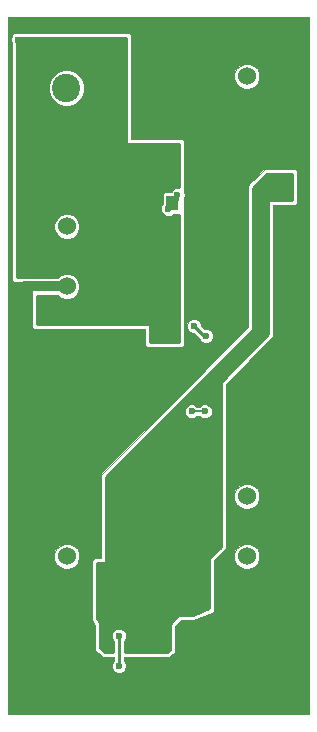
<source format=gbl>
G04 #@! TF.GenerationSoftware,KiCad,Pcbnew,(2017-06-25 revision 6a3c1720b)-makepkg*
G04 #@! TF.CreationDate,2017-08-03T12:33:03-04:00*
G04 #@! TF.ProjectId,pmt-transimpedance-amplifier_small_con,706D742D7472616E73696D706564616E,rev?*
G04 #@! TF.SameCoordinates,Original
G04 #@! TF.FileFunction,Copper,L2,Bot,Signal*
G04 #@! TF.FilePolarity,Positive*
%FSLAX46Y46*%
G04 Gerber Fmt 4.6, Leading zero omitted, Abs format (unit mm)*
G04 Created by KiCad (PCBNEW (2017-06-25 revision 6a3c1720b)-makepkg) date 08/03/17 12:33:03*
%MOMM*%
%LPD*%
G01*
G04 APERTURE LIST*
%ADD10C,0.100000*%
%ADD11R,1.000000X1.250000*%
%ADD12C,1.524000*%
%ADD13C,2.400000*%
%ADD14C,2.500000*%
%ADD15C,0.600000*%
%ADD16C,0.820000*%
%ADD17C,0.250000*%
%ADD18C,0.200000*%
%ADD19C,0.254000*%
G04 APERTURE END LIST*
D10*
D11*
X219545000Y-113715000D03*
X217545000Y-113715000D03*
X219595000Y-115765000D03*
X217595000Y-115765000D03*
D12*
X206350000Y-112540000D03*
X221590000Y-112540000D03*
X221590000Y-107460000D03*
X206350000Y-107460000D03*
X206350000Y-89660000D03*
X206350000Y-84580000D03*
X221590000Y-71880000D03*
D13*
X206300000Y-72875000D03*
D14*
X203760000Y-70335000D03*
X208840000Y-70335000D03*
X208840000Y-75415000D03*
X203760000Y-75415000D03*
D11*
X215275000Y-82600000D03*
X217275000Y-82600000D03*
D15*
X218775000Y-118475000D03*
X217925000Y-82850000D03*
X207459998Y-104900000D03*
X204890000Y-104880000D03*
X225040000Y-87910000D03*
X224740000Y-99800000D03*
X207400000Y-97110002D03*
X206100000Y-97089998D03*
X212130000Y-96760000D03*
X211800000Y-97300000D03*
X210870000Y-97290000D03*
X217040000Y-96830000D03*
X217925000Y-82225000D03*
X221225000Y-88700000D03*
X221197905Y-86475000D03*
X217950000Y-80900000D03*
X209075000Y-105025000D03*
X206625000Y-96575000D03*
X211050000Y-95825000D03*
X208775000Y-95825000D03*
X216550000Y-91525000D03*
X203375000Y-116475000D03*
X203350000Y-114725000D03*
X218090000Y-93890000D03*
X215706591Y-81943403D03*
X217075000Y-93025000D03*
X222900000Y-102800000D03*
X210749998Y-121775000D03*
X210750000Y-119250000D03*
X215600000Y-92900000D03*
X215525000Y-88025000D03*
X215525000Y-86525000D03*
X210850000Y-70925000D03*
X206250000Y-70850000D03*
X203875000Y-72800000D03*
X209075000Y-72800000D03*
X208250000Y-87500000D03*
X214925000Y-83100000D03*
X218025012Y-100250000D03*
X216899998Y-100250000D03*
X210825000Y-117050000D03*
X214225000Y-105275000D03*
X218000000Y-111000000D03*
X218600000Y-99075000D03*
X212975000Y-112650000D03*
X218000000Y-109000000D03*
X214200000Y-112650000D03*
X212975000Y-110650000D03*
X210975000Y-112650000D03*
X218600000Y-106950000D03*
X214200000Y-110650000D03*
X212975000Y-108650000D03*
X210975000Y-110650000D03*
X218600000Y-104950000D03*
X214200000Y-108650000D03*
X212975000Y-106650000D03*
X210975000Y-108650000D03*
X218600000Y-102950000D03*
X214200000Y-106650000D03*
X212975000Y-104650000D03*
X210975000Y-106650000D03*
X214325000Y-102900000D03*
X216150000Y-106975000D03*
X215475000Y-78500000D03*
X215475000Y-80150000D03*
X206250000Y-91100000D03*
X214325000Y-92200000D03*
X210250000Y-92200000D03*
X208250000Y-92200000D03*
X206250000Y-92200000D03*
X204250000Y-92200000D03*
X212450000Y-92200000D03*
X210250000Y-90800000D03*
X208250000Y-90800000D03*
X204250000Y-90800000D03*
X214250000Y-88050000D03*
X212250000Y-88050000D03*
X210250000Y-88050000D03*
X208250000Y-88875000D03*
X206250000Y-87625000D03*
X204075000Y-88125000D03*
X202350000Y-88050000D03*
X214250000Y-86550000D03*
X212250000Y-86550000D03*
X210250000Y-86550000D03*
X208250000Y-86550000D03*
X206250000Y-86550000D03*
X204250000Y-86550000D03*
X202350000Y-86550000D03*
X204250000Y-84800000D03*
X202350000Y-84800000D03*
X210250000Y-82800000D03*
X208250000Y-82800000D03*
X204250000Y-82800000D03*
X202350000Y-82800000D03*
X210250000Y-80800000D03*
X208250000Y-80800000D03*
X204250000Y-80800000D03*
X202350000Y-80800000D03*
X214250000Y-78050000D03*
X212250000Y-78050000D03*
X210250000Y-78800000D03*
X208250000Y-78800000D03*
X204250000Y-78800000D03*
X202350000Y-78800000D03*
X210550000Y-76975000D03*
X208250000Y-77300000D03*
X204250000Y-77300000D03*
X202350000Y-76800000D03*
X210850000Y-74800000D03*
X210850000Y-72800000D03*
X202375000Y-72750000D03*
X210250000Y-68800000D03*
X206250000Y-68800000D03*
X202250000Y-68800000D03*
D16*
X206350000Y-89660000D02*
X202760000Y-89660000D01*
D17*
X217075000Y-93025000D02*
X217940000Y-93890000D01*
X217940000Y-93890000D02*
X218090000Y-93890000D01*
X214925000Y-82724994D02*
X215406592Y-82243402D01*
X214925000Y-83100000D02*
X215706591Y-82318409D01*
X214925000Y-82925000D02*
X214925000Y-82724994D01*
X215406592Y-82243402D02*
X215706591Y-81943403D01*
X215706591Y-82318409D02*
X215706591Y-81943403D01*
X210750000Y-121774998D02*
X210749998Y-121775000D01*
X210750000Y-119250000D02*
X210750000Y-121774998D01*
D18*
X218025012Y-100250000D02*
X216899998Y-100250000D01*
D19*
G36*
X211373000Y-77500000D02*
X211382667Y-77548601D01*
X211410197Y-77589803D01*
X211451399Y-77617333D01*
X211500000Y-77627000D01*
X215873000Y-77627000D01*
X215873000Y-81279458D01*
X215841845Y-81266521D01*
X215572518Y-81266286D01*
X215323602Y-81369136D01*
X215132993Y-81559413D01*
X215120037Y-81590615D01*
X214775000Y-81590615D01*
X214627902Y-81619875D01*
X214503199Y-81703199D01*
X214419875Y-81827902D01*
X214390615Y-81975000D01*
X214390615Y-82676865D01*
X214351402Y-82716010D01*
X214248118Y-82964746D01*
X214247883Y-83234073D01*
X214350733Y-83482989D01*
X214541010Y-83673598D01*
X214789746Y-83776882D01*
X215059073Y-83777117D01*
X215307989Y-83674267D01*
X215372984Y-83609385D01*
X215775000Y-83609385D01*
X215873000Y-83589891D01*
X215873000Y-91524983D01*
X215872883Y-91659073D01*
X215873000Y-91659356D01*
X215873000Y-94373000D01*
X213377000Y-94373000D01*
X213377000Y-93000000D01*
X213367333Y-92951399D01*
X213339803Y-92910197D01*
X213298601Y-92882667D01*
X213250000Y-92873000D01*
X203802000Y-92873000D01*
X203802000Y-90447000D01*
X205526242Y-90447000D01*
X205703966Y-90625034D01*
X206122445Y-90798802D01*
X206575567Y-90799197D01*
X206994349Y-90626160D01*
X207315034Y-90306034D01*
X207488802Y-89887555D01*
X207489197Y-89434433D01*
X207316160Y-89015651D01*
X206996034Y-88694966D01*
X206577555Y-88521198D01*
X206124433Y-88520803D01*
X205705651Y-88693840D01*
X205526178Y-88873000D01*
X202127000Y-88873000D01*
X202127000Y-84805567D01*
X205210803Y-84805567D01*
X205383840Y-85224349D01*
X205703966Y-85545034D01*
X206122445Y-85718802D01*
X206575567Y-85719197D01*
X206994349Y-85546160D01*
X207315034Y-85226034D01*
X207488802Y-84807555D01*
X207489197Y-84354433D01*
X207316160Y-83935651D01*
X206996034Y-83614966D01*
X206577555Y-83441198D01*
X206124433Y-83440803D01*
X205705651Y-83613840D01*
X205384966Y-83933966D01*
X205211198Y-84352445D01*
X205210803Y-84805567D01*
X202127000Y-84805567D01*
X202127000Y-73187308D01*
X204722727Y-73187308D01*
X204962305Y-73767132D01*
X205405535Y-74211136D01*
X205984939Y-74451725D01*
X206612308Y-74452273D01*
X207192132Y-74212695D01*
X207636136Y-73769465D01*
X207876725Y-73190061D01*
X207877273Y-72562692D01*
X207637695Y-71982868D01*
X207194465Y-71538864D01*
X206615061Y-71298275D01*
X205987692Y-71297727D01*
X205407868Y-71537305D01*
X204963864Y-71980535D01*
X204723275Y-72559939D01*
X204722727Y-73187308D01*
X202127000Y-73187308D01*
X202127000Y-68651667D01*
X211373000Y-68627335D01*
X211373000Y-77500000D01*
X211373000Y-77500000D01*
G37*
X211373000Y-77500000D02*
X211382667Y-77548601D01*
X211410197Y-77589803D01*
X211451399Y-77617333D01*
X211500000Y-77627000D01*
X215873000Y-77627000D01*
X215873000Y-81279458D01*
X215841845Y-81266521D01*
X215572518Y-81266286D01*
X215323602Y-81369136D01*
X215132993Y-81559413D01*
X215120037Y-81590615D01*
X214775000Y-81590615D01*
X214627902Y-81619875D01*
X214503199Y-81703199D01*
X214419875Y-81827902D01*
X214390615Y-81975000D01*
X214390615Y-82676865D01*
X214351402Y-82716010D01*
X214248118Y-82964746D01*
X214247883Y-83234073D01*
X214350733Y-83482989D01*
X214541010Y-83673598D01*
X214789746Y-83776882D01*
X215059073Y-83777117D01*
X215307989Y-83674267D01*
X215372984Y-83609385D01*
X215775000Y-83609385D01*
X215873000Y-83589891D01*
X215873000Y-91524983D01*
X215872883Y-91659073D01*
X215873000Y-91659356D01*
X215873000Y-94373000D01*
X213377000Y-94373000D01*
X213377000Y-93000000D01*
X213367333Y-92951399D01*
X213339803Y-92910197D01*
X213298601Y-92882667D01*
X213250000Y-92873000D01*
X203802000Y-92873000D01*
X203802000Y-90447000D01*
X205526242Y-90447000D01*
X205703966Y-90625034D01*
X206122445Y-90798802D01*
X206575567Y-90799197D01*
X206994349Y-90626160D01*
X207315034Y-90306034D01*
X207488802Y-89887555D01*
X207489197Y-89434433D01*
X207316160Y-89015651D01*
X206996034Y-88694966D01*
X206577555Y-88521198D01*
X206124433Y-88520803D01*
X205705651Y-88693840D01*
X205526178Y-88873000D01*
X202127000Y-88873000D01*
X202127000Y-84805567D01*
X205210803Y-84805567D01*
X205383840Y-85224349D01*
X205703966Y-85545034D01*
X206122445Y-85718802D01*
X206575567Y-85719197D01*
X206994349Y-85546160D01*
X207315034Y-85226034D01*
X207488802Y-84807555D01*
X207489197Y-84354433D01*
X207316160Y-83935651D01*
X206996034Y-83614966D01*
X206577555Y-83441198D01*
X206124433Y-83440803D01*
X205705651Y-83613840D01*
X205384966Y-83933966D01*
X205211198Y-84352445D01*
X205210803Y-84805567D01*
X202127000Y-84805567D01*
X202127000Y-73187308D01*
X204722727Y-73187308D01*
X204962305Y-73767132D01*
X205405535Y-74211136D01*
X205984939Y-74451725D01*
X206612308Y-74452273D01*
X207192132Y-74212695D01*
X207636136Y-73769465D01*
X207876725Y-73190061D01*
X207877273Y-72562692D01*
X207637695Y-71982868D01*
X207194465Y-71538864D01*
X206615061Y-71298275D01*
X205987692Y-71297727D01*
X205407868Y-71537305D01*
X204963864Y-71980535D01*
X204723275Y-72559939D01*
X204722727Y-73187308D01*
X202127000Y-73187308D01*
X202127000Y-68651667D01*
X211373000Y-68627335D01*
X211373000Y-77500000D01*
D10*
G36*
X226875000Y-125875000D02*
X201375000Y-125875000D01*
X201375000Y-112750318D01*
X205287816Y-112750318D01*
X205449155Y-113140789D01*
X205747640Y-113439795D01*
X206137828Y-113601815D01*
X206560318Y-113602184D01*
X206950789Y-113440845D01*
X207249795Y-113142360D01*
X207308907Y-113000000D01*
X208450000Y-113000000D01*
X208450000Y-117775000D01*
X208484525Y-117914724D01*
X208700000Y-118324127D01*
X208700000Y-120350000D01*
X208737209Y-120494710D01*
X208812591Y-120584261D01*
X209312591Y-120984261D01*
X209385195Y-121027164D01*
X209500000Y-121050000D01*
X210325000Y-121050000D01*
X210325000Y-121351468D01*
X210241639Y-121434683D01*
X210150102Y-121655129D01*
X210149894Y-121893824D01*
X210241046Y-122114429D01*
X210409681Y-122283359D01*
X210630127Y-122374896D01*
X210868822Y-122375104D01*
X211089427Y-122283952D01*
X211258357Y-122115317D01*
X211349894Y-121894871D01*
X211350102Y-121656176D01*
X211258950Y-121435571D01*
X211175000Y-121351474D01*
X211175000Y-121050000D01*
X214875000Y-121050000D01*
X215023842Y-121010473D01*
X215373842Y-120810473D01*
X215437132Y-120762132D01*
X215502164Y-120664805D01*
X215525000Y-120550000D01*
X215525000Y-118395833D01*
X215977724Y-117925000D01*
X217025000Y-117925000D01*
X217138039Y-117902889D01*
X218613039Y-117302889D01*
X218712132Y-117237132D01*
X218777164Y-117139805D01*
X218800000Y-117025000D01*
X218800000Y-112874264D01*
X218923946Y-112750318D01*
X220527816Y-112750318D01*
X220689155Y-113140789D01*
X220987640Y-113439795D01*
X221377828Y-113601815D01*
X221800318Y-113602184D01*
X222190789Y-113440845D01*
X222489795Y-113142360D01*
X222651815Y-112752172D01*
X222652184Y-112329682D01*
X222490845Y-111939211D01*
X222192360Y-111640205D01*
X221802172Y-111478185D01*
X221379682Y-111477816D01*
X220989211Y-111639155D01*
X220690205Y-111937640D01*
X220528185Y-112327828D01*
X220527816Y-112750318D01*
X218923946Y-112750318D01*
X219712132Y-111962132D01*
X219777164Y-111864805D01*
X219800000Y-111750000D01*
X219800000Y-107670318D01*
X220527816Y-107670318D01*
X220689155Y-108060789D01*
X220987640Y-108359795D01*
X221377828Y-108521815D01*
X221800318Y-108522184D01*
X222190789Y-108360845D01*
X222489795Y-108062360D01*
X222651815Y-107672172D01*
X222652184Y-107249682D01*
X222490845Y-106859211D01*
X222192360Y-106560205D01*
X221802172Y-106398185D01*
X221379682Y-106397816D01*
X220989211Y-106559155D01*
X220690205Y-106857640D01*
X220528185Y-107247828D01*
X220527816Y-107670318D01*
X219800000Y-107670318D01*
X219800000Y-97996569D01*
X223715370Y-93958844D01*
X223777419Y-93864187D01*
X223799999Y-93749332D01*
X223775669Y-82825000D01*
X225525000Y-82825000D01*
X225639805Y-82802164D01*
X225737132Y-82737132D01*
X225802164Y-82639805D01*
X225825000Y-82525000D01*
X225825000Y-80000000D01*
X225802164Y-79885195D01*
X225737132Y-79787868D01*
X225639805Y-79722836D01*
X225525000Y-79700000D01*
X223250000Y-79700000D01*
X223135195Y-79722836D01*
X223037868Y-79787868D01*
X221787868Y-81037868D01*
X221722836Y-81135195D01*
X221700000Y-81250000D01*
X221700000Y-93125736D01*
X209287868Y-105537868D01*
X209222836Y-105635195D01*
X209200000Y-105750000D01*
X209200000Y-112700000D01*
X208750000Y-112700000D01*
X208635195Y-112722836D01*
X208537868Y-112787868D01*
X208472836Y-112885195D01*
X208450000Y-113000000D01*
X207308907Y-113000000D01*
X207411815Y-112752172D01*
X207412184Y-112329682D01*
X207250845Y-111939211D01*
X206952360Y-111640205D01*
X206562172Y-111478185D01*
X206139682Y-111477816D01*
X205749211Y-111639155D01*
X205450205Y-111937640D01*
X205288185Y-112327828D01*
X205287816Y-112750318D01*
X201375000Y-112750318D01*
X201375000Y-68918824D01*
X201649896Y-68918824D01*
X201700000Y-69040085D01*
X201700000Y-89000000D01*
X201722836Y-89114805D01*
X201787868Y-89212132D01*
X201885195Y-89277164D01*
X202000000Y-89300000D01*
X203375000Y-89300000D01*
X203375000Y-93000000D01*
X203397836Y-93114805D01*
X203462868Y-93212132D01*
X203560195Y-93277164D01*
X203675000Y-93300000D01*
X212950000Y-93300000D01*
X212950000Y-94500000D01*
X212972836Y-94614805D01*
X213037868Y-94712132D01*
X213135195Y-94777164D01*
X213250000Y-94800000D01*
X216000000Y-94800000D01*
X216114805Y-94777164D01*
X216212132Y-94712132D01*
X216277164Y-94614805D01*
X216300000Y-94500000D01*
X216300000Y-93143824D01*
X216474896Y-93143824D01*
X216566048Y-93364429D01*
X216734683Y-93533359D01*
X216955129Y-93624896D01*
X217073959Y-93625000D01*
X217512508Y-94063549D01*
X217581048Y-94229429D01*
X217749683Y-94398359D01*
X217970129Y-94489896D01*
X218208824Y-94490104D01*
X218429429Y-94398952D01*
X218598359Y-94230317D01*
X218689896Y-94009871D01*
X218690104Y-93771176D01*
X218598952Y-93550571D01*
X218430317Y-93381641D01*
X218209871Y-93290104D01*
X217971176Y-93289896D01*
X217949778Y-93298737D01*
X217675001Y-93023961D01*
X217675104Y-92906176D01*
X217583952Y-92685571D01*
X217415317Y-92516641D01*
X217194871Y-92425104D01*
X216956176Y-92424896D01*
X216735571Y-92516048D01*
X216566641Y-92684683D01*
X216475104Y-92905129D01*
X216474896Y-93143824D01*
X216300000Y-93143824D01*
X216300000Y-82078896D01*
X216306487Y-82063274D01*
X216306695Y-81824579D01*
X216300000Y-81808376D01*
X216300000Y-77500000D01*
X216277164Y-77385195D01*
X216212132Y-77287868D01*
X216114805Y-77222836D01*
X216000000Y-77200000D01*
X211800000Y-77200000D01*
X211800000Y-72090318D01*
X220527816Y-72090318D01*
X220689155Y-72480789D01*
X220987640Y-72779795D01*
X221377828Y-72941815D01*
X221800318Y-72942184D01*
X222190789Y-72780845D01*
X222489795Y-72482360D01*
X222651815Y-72092172D01*
X222652184Y-71669682D01*
X222490845Y-71279211D01*
X222192360Y-70980205D01*
X221802172Y-70818185D01*
X221379682Y-70817816D01*
X220989211Y-70979155D01*
X220690205Y-71277640D01*
X220528185Y-71667828D01*
X220527816Y-72090318D01*
X211800000Y-72090318D01*
X211800000Y-68500000D01*
X211776861Y-68384466D01*
X211711573Y-68287310D01*
X211614075Y-68222535D01*
X211499211Y-68200001D01*
X210376737Y-68202955D01*
X210369871Y-68200104D01*
X210131176Y-68199896D01*
X210122152Y-68203625D01*
X206401927Y-68213415D01*
X206369871Y-68200104D01*
X206131176Y-68199896D01*
X206096513Y-68214219D01*
X202427118Y-68223875D01*
X202369871Y-68200104D01*
X202131176Y-68199896D01*
X202070874Y-68224812D01*
X201999211Y-68225001D01*
X201885195Y-68247836D01*
X201787868Y-68312868D01*
X201722836Y-68410195D01*
X201700000Y-68525000D01*
X201700000Y-68559966D01*
X201650104Y-68680129D01*
X201649896Y-68918824D01*
X201375000Y-68918824D01*
X201375000Y-66900000D01*
X226875000Y-66900000D01*
X226875000Y-125875000D01*
X226875000Y-125875000D01*
G37*
X226875000Y-125875000D02*
X201375000Y-125875000D01*
X201375000Y-112750318D01*
X205287816Y-112750318D01*
X205449155Y-113140789D01*
X205747640Y-113439795D01*
X206137828Y-113601815D01*
X206560318Y-113602184D01*
X206950789Y-113440845D01*
X207249795Y-113142360D01*
X207308907Y-113000000D01*
X208450000Y-113000000D01*
X208450000Y-117775000D01*
X208484525Y-117914724D01*
X208700000Y-118324127D01*
X208700000Y-120350000D01*
X208737209Y-120494710D01*
X208812591Y-120584261D01*
X209312591Y-120984261D01*
X209385195Y-121027164D01*
X209500000Y-121050000D01*
X210325000Y-121050000D01*
X210325000Y-121351468D01*
X210241639Y-121434683D01*
X210150102Y-121655129D01*
X210149894Y-121893824D01*
X210241046Y-122114429D01*
X210409681Y-122283359D01*
X210630127Y-122374896D01*
X210868822Y-122375104D01*
X211089427Y-122283952D01*
X211258357Y-122115317D01*
X211349894Y-121894871D01*
X211350102Y-121656176D01*
X211258950Y-121435571D01*
X211175000Y-121351474D01*
X211175000Y-121050000D01*
X214875000Y-121050000D01*
X215023842Y-121010473D01*
X215373842Y-120810473D01*
X215437132Y-120762132D01*
X215502164Y-120664805D01*
X215525000Y-120550000D01*
X215525000Y-118395833D01*
X215977724Y-117925000D01*
X217025000Y-117925000D01*
X217138039Y-117902889D01*
X218613039Y-117302889D01*
X218712132Y-117237132D01*
X218777164Y-117139805D01*
X218800000Y-117025000D01*
X218800000Y-112874264D01*
X218923946Y-112750318D01*
X220527816Y-112750318D01*
X220689155Y-113140789D01*
X220987640Y-113439795D01*
X221377828Y-113601815D01*
X221800318Y-113602184D01*
X222190789Y-113440845D01*
X222489795Y-113142360D01*
X222651815Y-112752172D01*
X222652184Y-112329682D01*
X222490845Y-111939211D01*
X222192360Y-111640205D01*
X221802172Y-111478185D01*
X221379682Y-111477816D01*
X220989211Y-111639155D01*
X220690205Y-111937640D01*
X220528185Y-112327828D01*
X220527816Y-112750318D01*
X218923946Y-112750318D01*
X219712132Y-111962132D01*
X219777164Y-111864805D01*
X219800000Y-111750000D01*
X219800000Y-107670318D01*
X220527816Y-107670318D01*
X220689155Y-108060789D01*
X220987640Y-108359795D01*
X221377828Y-108521815D01*
X221800318Y-108522184D01*
X222190789Y-108360845D01*
X222489795Y-108062360D01*
X222651815Y-107672172D01*
X222652184Y-107249682D01*
X222490845Y-106859211D01*
X222192360Y-106560205D01*
X221802172Y-106398185D01*
X221379682Y-106397816D01*
X220989211Y-106559155D01*
X220690205Y-106857640D01*
X220528185Y-107247828D01*
X220527816Y-107670318D01*
X219800000Y-107670318D01*
X219800000Y-97996569D01*
X223715370Y-93958844D01*
X223777419Y-93864187D01*
X223799999Y-93749332D01*
X223775669Y-82825000D01*
X225525000Y-82825000D01*
X225639805Y-82802164D01*
X225737132Y-82737132D01*
X225802164Y-82639805D01*
X225825000Y-82525000D01*
X225825000Y-80000000D01*
X225802164Y-79885195D01*
X225737132Y-79787868D01*
X225639805Y-79722836D01*
X225525000Y-79700000D01*
X223250000Y-79700000D01*
X223135195Y-79722836D01*
X223037868Y-79787868D01*
X221787868Y-81037868D01*
X221722836Y-81135195D01*
X221700000Y-81250000D01*
X221700000Y-93125736D01*
X209287868Y-105537868D01*
X209222836Y-105635195D01*
X209200000Y-105750000D01*
X209200000Y-112700000D01*
X208750000Y-112700000D01*
X208635195Y-112722836D01*
X208537868Y-112787868D01*
X208472836Y-112885195D01*
X208450000Y-113000000D01*
X207308907Y-113000000D01*
X207411815Y-112752172D01*
X207412184Y-112329682D01*
X207250845Y-111939211D01*
X206952360Y-111640205D01*
X206562172Y-111478185D01*
X206139682Y-111477816D01*
X205749211Y-111639155D01*
X205450205Y-111937640D01*
X205288185Y-112327828D01*
X205287816Y-112750318D01*
X201375000Y-112750318D01*
X201375000Y-68918824D01*
X201649896Y-68918824D01*
X201700000Y-69040085D01*
X201700000Y-89000000D01*
X201722836Y-89114805D01*
X201787868Y-89212132D01*
X201885195Y-89277164D01*
X202000000Y-89300000D01*
X203375000Y-89300000D01*
X203375000Y-93000000D01*
X203397836Y-93114805D01*
X203462868Y-93212132D01*
X203560195Y-93277164D01*
X203675000Y-93300000D01*
X212950000Y-93300000D01*
X212950000Y-94500000D01*
X212972836Y-94614805D01*
X213037868Y-94712132D01*
X213135195Y-94777164D01*
X213250000Y-94800000D01*
X216000000Y-94800000D01*
X216114805Y-94777164D01*
X216212132Y-94712132D01*
X216277164Y-94614805D01*
X216300000Y-94500000D01*
X216300000Y-93143824D01*
X216474896Y-93143824D01*
X216566048Y-93364429D01*
X216734683Y-93533359D01*
X216955129Y-93624896D01*
X217073959Y-93625000D01*
X217512508Y-94063549D01*
X217581048Y-94229429D01*
X217749683Y-94398359D01*
X217970129Y-94489896D01*
X218208824Y-94490104D01*
X218429429Y-94398952D01*
X218598359Y-94230317D01*
X218689896Y-94009871D01*
X218690104Y-93771176D01*
X218598952Y-93550571D01*
X218430317Y-93381641D01*
X218209871Y-93290104D01*
X217971176Y-93289896D01*
X217949778Y-93298737D01*
X217675001Y-93023961D01*
X217675104Y-92906176D01*
X217583952Y-92685571D01*
X217415317Y-92516641D01*
X217194871Y-92425104D01*
X216956176Y-92424896D01*
X216735571Y-92516048D01*
X216566641Y-92684683D01*
X216475104Y-92905129D01*
X216474896Y-93143824D01*
X216300000Y-93143824D01*
X216300000Y-82078896D01*
X216306487Y-82063274D01*
X216306695Y-81824579D01*
X216300000Y-81808376D01*
X216300000Y-77500000D01*
X216277164Y-77385195D01*
X216212132Y-77287868D01*
X216114805Y-77222836D01*
X216000000Y-77200000D01*
X211800000Y-77200000D01*
X211800000Y-72090318D01*
X220527816Y-72090318D01*
X220689155Y-72480789D01*
X220987640Y-72779795D01*
X221377828Y-72941815D01*
X221800318Y-72942184D01*
X222190789Y-72780845D01*
X222489795Y-72482360D01*
X222651815Y-72092172D01*
X222652184Y-71669682D01*
X222490845Y-71279211D01*
X222192360Y-70980205D01*
X221802172Y-70818185D01*
X221379682Y-70817816D01*
X220989211Y-70979155D01*
X220690205Y-71277640D01*
X220528185Y-71667828D01*
X220527816Y-72090318D01*
X211800000Y-72090318D01*
X211800000Y-68500000D01*
X211776861Y-68384466D01*
X211711573Y-68287310D01*
X211614075Y-68222535D01*
X211499211Y-68200001D01*
X210376737Y-68202955D01*
X210369871Y-68200104D01*
X210131176Y-68199896D01*
X210122152Y-68203625D01*
X206401927Y-68213415D01*
X206369871Y-68200104D01*
X206131176Y-68199896D01*
X206096513Y-68214219D01*
X202427118Y-68223875D01*
X202369871Y-68200104D01*
X202131176Y-68199896D01*
X202070874Y-68224812D01*
X201999211Y-68225001D01*
X201885195Y-68247836D01*
X201787868Y-68312868D01*
X201722836Y-68410195D01*
X201700000Y-68525000D01*
X201700000Y-68559966D01*
X201650104Y-68680129D01*
X201649896Y-68918824D01*
X201375000Y-68918824D01*
X201375000Y-66900000D01*
X226875000Y-66900000D01*
X226875000Y-125875000D01*
D17*
G36*
X225400000Y-82400000D02*
X223475000Y-82400000D01*
X223427165Y-82409515D01*
X223386612Y-82436612D01*
X223359515Y-82477165D01*
X223350000Y-82525278D01*
X223374887Y-93699463D01*
X219410262Y-97787982D01*
X219383793Y-97828947D01*
X219375000Y-97875000D01*
X219375000Y-111698224D01*
X218411612Y-112661612D01*
X218384515Y-112702165D01*
X218375000Y-112750000D01*
X218375000Y-116940901D01*
X217000549Y-117500000D01*
X215850000Y-117500000D01*
X215802165Y-117509515D01*
X215759896Y-117538361D01*
X215134896Y-118188361D01*
X215108599Y-118229438D01*
X215100000Y-118275000D01*
X215100000Y-120477460D01*
X214841806Y-120625000D01*
X211250000Y-120625000D01*
X211250000Y-119704634D01*
X211321903Y-119632856D01*
X211424883Y-119384855D01*
X211425117Y-119116323D01*
X211322571Y-118868143D01*
X211132856Y-118678097D01*
X210884855Y-118575117D01*
X210616323Y-118574883D01*
X210368143Y-118677429D01*
X210178097Y-118867144D01*
X210075117Y-119115145D01*
X210074883Y-119383677D01*
X210177429Y-119631857D01*
X210250000Y-119704555D01*
X210250000Y-120625000D01*
X209543848Y-120625000D01*
X209125000Y-120289921D01*
X209125000Y-118250000D01*
X209110615Y-118191782D01*
X208875000Y-117744114D01*
X208875000Y-113125000D01*
X209500000Y-113125000D01*
X209547835Y-113115485D01*
X209588388Y-113088388D01*
X209615485Y-113047835D01*
X209625000Y-113000000D01*
X209625000Y-105801776D01*
X215043099Y-100383677D01*
X216224881Y-100383677D01*
X216327427Y-100631857D01*
X216517142Y-100821903D01*
X216765143Y-100924883D01*
X217033675Y-100925117D01*
X217281855Y-100822571D01*
X217379596Y-100725000D01*
X217545422Y-100725000D01*
X217642156Y-100821903D01*
X217890157Y-100924883D01*
X218158689Y-100925117D01*
X218406869Y-100822571D01*
X218596915Y-100632856D01*
X218699895Y-100384855D01*
X218700129Y-100116323D01*
X218597583Y-99868143D01*
X218407868Y-99678097D01*
X218159867Y-99575117D01*
X217891335Y-99574883D01*
X217643155Y-99677429D01*
X217545414Y-99775000D01*
X217379588Y-99775000D01*
X217282854Y-99678097D01*
X217034853Y-99575117D01*
X216766321Y-99574883D01*
X216518141Y-99677429D01*
X216328095Y-99867144D01*
X216225115Y-100115145D01*
X216224881Y-100383677D01*
X215043099Y-100383677D01*
X222088388Y-93338388D01*
X222115485Y-93297835D01*
X222125000Y-93250000D01*
X222125000Y-81301776D01*
X223301776Y-80125000D01*
X225400000Y-80125000D01*
X225400000Y-82400000D01*
X225400000Y-82400000D01*
G37*
X225400000Y-82400000D02*
X223475000Y-82400000D01*
X223427165Y-82409515D01*
X223386612Y-82436612D01*
X223359515Y-82477165D01*
X223350000Y-82525278D01*
X223374887Y-93699463D01*
X219410262Y-97787982D01*
X219383793Y-97828947D01*
X219375000Y-97875000D01*
X219375000Y-111698224D01*
X218411612Y-112661612D01*
X218384515Y-112702165D01*
X218375000Y-112750000D01*
X218375000Y-116940901D01*
X217000549Y-117500000D01*
X215850000Y-117500000D01*
X215802165Y-117509515D01*
X215759896Y-117538361D01*
X215134896Y-118188361D01*
X215108599Y-118229438D01*
X215100000Y-118275000D01*
X215100000Y-120477460D01*
X214841806Y-120625000D01*
X211250000Y-120625000D01*
X211250000Y-119704634D01*
X211321903Y-119632856D01*
X211424883Y-119384855D01*
X211425117Y-119116323D01*
X211322571Y-118868143D01*
X211132856Y-118678097D01*
X210884855Y-118575117D01*
X210616323Y-118574883D01*
X210368143Y-118677429D01*
X210178097Y-118867144D01*
X210075117Y-119115145D01*
X210074883Y-119383677D01*
X210177429Y-119631857D01*
X210250000Y-119704555D01*
X210250000Y-120625000D01*
X209543848Y-120625000D01*
X209125000Y-120289921D01*
X209125000Y-118250000D01*
X209110615Y-118191782D01*
X208875000Y-117744114D01*
X208875000Y-113125000D01*
X209500000Y-113125000D01*
X209547835Y-113115485D01*
X209588388Y-113088388D01*
X209615485Y-113047835D01*
X209625000Y-113000000D01*
X209625000Y-105801776D01*
X215043099Y-100383677D01*
X216224881Y-100383677D01*
X216327427Y-100631857D01*
X216517142Y-100821903D01*
X216765143Y-100924883D01*
X217033675Y-100925117D01*
X217281855Y-100822571D01*
X217379596Y-100725000D01*
X217545422Y-100725000D01*
X217642156Y-100821903D01*
X217890157Y-100924883D01*
X218158689Y-100925117D01*
X218406869Y-100822571D01*
X218596915Y-100632856D01*
X218699895Y-100384855D01*
X218700129Y-100116323D01*
X218597583Y-99868143D01*
X218407868Y-99678097D01*
X218159867Y-99575117D01*
X217891335Y-99574883D01*
X217643155Y-99677429D01*
X217545414Y-99775000D01*
X217379588Y-99775000D01*
X217282854Y-99678097D01*
X217034853Y-99575117D01*
X216766321Y-99574883D01*
X216518141Y-99677429D01*
X216328095Y-99867144D01*
X216225115Y-100115145D01*
X216224881Y-100383677D01*
X215043099Y-100383677D01*
X222088388Y-93338388D01*
X222115485Y-93297835D01*
X222125000Y-93250000D01*
X222125000Y-81301776D01*
X223301776Y-80125000D01*
X225400000Y-80125000D01*
X225400000Y-82400000D01*
M02*

</source>
